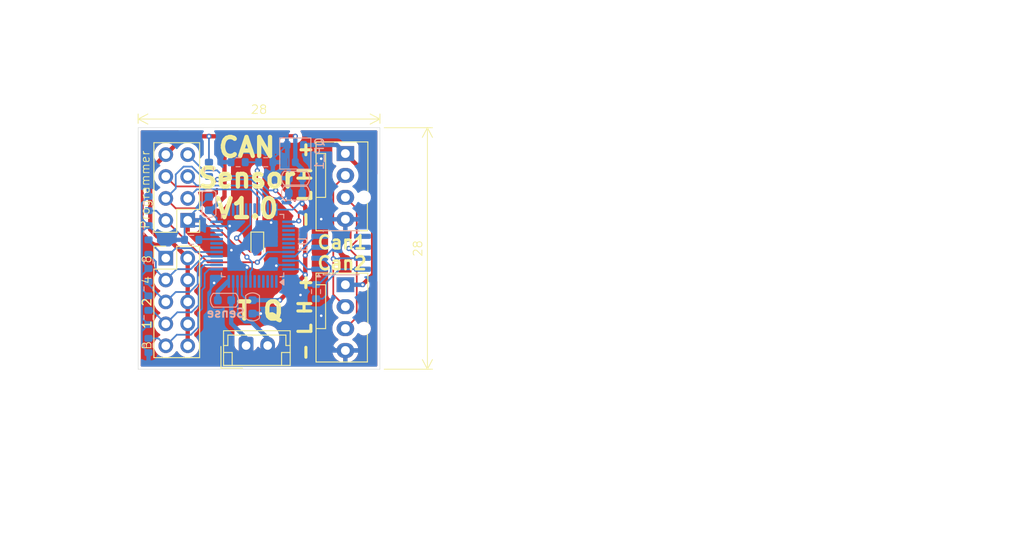
<source format=kicad_pcb>
(kicad_pcb
	(version 20241229)
	(generator "pcbnew")
	(generator_version "9.0")
	(general
		(thickness 1.6)
		(legacy_teardrops no)
	)
	(paper "A4")
	(layers
		(0 "F.Cu" signal)
		(2 "B.Cu" signal)
		(9 "F.Adhes" user "F.Adhesive")
		(11 "B.Adhes" user "B.Adhesive")
		(13 "F.Paste" user)
		(15 "B.Paste" user)
		(5 "F.SilkS" user "F.Silkscreen")
		(7 "B.SilkS" user "B.Silkscreen")
		(1 "F.Mask" user)
		(3 "B.Mask" user)
		(17 "Dwgs.User" user "User.Drawings")
		(19 "Cmts.User" user "User.Comments")
		(21 "Eco1.User" user "User.Eco1")
		(23 "Eco2.User" user "User.Eco2")
		(25 "Edge.Cuts" user)
		(27 "Margin" user)
		(31 "F.CrtYd" user "F.Courtyard")
		(29 "B.CrtYd" user "B.Courtyard")
		(35 "F.Fab" user)
		(33 "B.Fab" user)
		(39 "User.1" user)
		(41 "User.2" user)
		(43 "User.3" user)
		(45 "User.4" user)
	)
	(setup
		(pad_to_mask_clearance 0)
		(allow_soldermask_bridges_in_footprints no)
		(tenting front back)
		(pcbplotparams
			(layerselection 0x00000000_00000000_55555555_5755f5ff)
			(plot_on_all_layers_selection 0x00000000_00000000_00000000_00000000)
			(disableapertmacros no)
			(usegerberextensions no)
			(usegerberattributes yes)
			(usegerberadvancedattributes yes)
			(creategerberjobfile yes)
			(dashed_line_dash_ratio 12.000000)
			(dashed_line_gap_ratio 3.000000)
			(svgprecision 4)
			(plotframeref no)
			(mode 1)
			(useauxorigin no)
			(hpglpennumber 1)
			(hpglpenspeed 20)
			(hpglpendiameter 15.000000)
			(pdf_front_fp_property_popups yes)
			(pdf_back_fp_property_popups yes)
			(pdf_metadata yes)
			(pdf_single_document no)
			(dxfpolygonmode yes)
			(dxfimperialunits yes)
			(dxfusepcbnewfont yes)
			(psnegative no)
			(psa4output no)
			(plot_black_and_white yes)
			(sketchpadsonfab no)
			(plotpadnumbers no)
			(hidednponfab no)
			(sketchdnponfab yes)
			(crossoutdnponfab yes)
			(subtractmaskfromsilk no)
			(outputformat 1)
			(mirror no)
			(drillshape 1)
			(scaleselection 1)
			(outputdirectory "")
		)
	)
	(net 0 "")
	(net 1 "+3V3")
	(net 2 "unconnected-(U1-PC14-Pad3)")
	(net 3 "unconnected-(U1-PC15-Pad4)")
	(net 4 "GND")
	(net 5 "unconnected-(U1-PB15-Pad28)")
	(net 6 "/SWDIO")
	(net 7 "/SWCLK")
	(net 8 "/BOOT")
	(net 9 "unconnected-(U1-OSC_OUT-Pad6)")
	(net 10 "unconnected-(U1-PB10-Pad21)")
	(net 11 "unconnected-(U1-PA10-Pad31)")
	(net 12 "USB_D+")
	(net 13 "unconnected-(U1-OSC_IN-Pad5)")
	(net 14 "CAN_POWER")
	(net 15 "unconnected-(U1-PB6-Pad42)")
	(net 16 "unconnected-(U1-PC13-Pad2)")
	(net 17 "unconnected-(U1-PB4-Pad40)")
	(net 18 "Net-(U8-Rs)")
	(net 19 "unconnected-(U1-PB5-Pad41)")
	(net 20 "unconnected-(U1-PB12-Pad25)")
	(net 21 "unconnected-(U1-PB14-Pad27)")
	(net 22 "unconnected-(U1-PA15-Pad38)")
	(net 23 "unconnected-(U1-PB3-Pad39)")
	(net 24 "USB_D-")
	(net 25 "unconnected-(U1-VBAT-Pad1)")
	(net 26 "unconnected-(U1-PB11-Pad22)")
	(net 27 "PB2")
	(net 28 "unconnected-(U1-PB7-Pad43)")
	(net 29 "unconnected-(U1-PB1-Pad19)")
	(net 30 "/NRST")
	(net 31 "P_GND")
	(net 32 "C_AB")
	(net 33 "unconnected-(U1-PB0-Pad18)")
	(net 34 "unconnected-(U1-PB13-Pad26)")
	(net 35 "INFO")
	(net 36 "C_1")
	(net 37 "unconnected-(U1-PA8-Pad29)")
	(net 38 "Net-(INFO1-K)")
	(net 39 "TRIG_THRES")
	(net 40 "C_2")
	(net 41 "/Can_High")
	(net 42 "Q")
	(net 43 "/Can_Low")
	(net 44 "CAN_RX")
	(net 45 "CAN_TX")
	(net 46 "unconnected-(U8-Vref-Pad5)")
	(net 47 "C_4")
	(net 48 "C_8")
	(footprint "Connector_JST:JST_EH_B2B-EH-A_1x02_P2.50mm_Vertical" (layer "F.Cu") (at 124.5 65.25))
	(footprint "Connector:FanPinHeader_1x04_P2.54mm_Vertical" (layer "F.Cu") (at 136 58.21 -90))
	(footprint "Connector_PinHeader_2.54mm:PinHeader_2x05_P2.54mm_Vertical" (layer "F.Cu") (at 115.2 55.12))
	(footprint "Connector:FanPinHeader_1x04_P2.54mm_Vertical" (layer "F.Cu") (at 136 43 -90))
	(footprint "LED_SMD:LED_0603_1608Metric" (layer "F.Cu") (at 125.8 53.5875 -90))
	(footprint "Connector_PinHeader_2.54mm:PinHeader_2x04_P2.54mm_Vertical" (layer "F.Cu") (at 117.74 50.74 180))
	(footprint "Resistor_SMD:R_0603_1608Metric" (layer "B.Cu") (at 123.575 44))
	(footprint "PCM_Package_TO_SOT_SMD_AKL:SOT-23" (layer "B.Cu") (at 130.2 43 -90))
	(footprint "PCM_Capacitor_SMD_AKL:C_0603_1608Metric" (layer "B.Cu") (at 125.25 60.775 -90))
	(footprint "PCM_Capacitor_SMD_AKL:C_0603_1608Metric" (layer "B.Cu") (at 122 60 180))
	(footprint "Resistor_SMD:R_0603_1608Metric" (layer "B.Cu") (at 118.2 53 180))
	(footprint "Resistor_SMD:R_0603_1608Metric" (layer "B.Cu") (at 113.2 65.25 -90))
	(footprint "Resistor_SMD:R_0603_1608Metric" (layer "B.Cu") (at 113.2 48.8 90))
	(footprint "PCM_Capacitor_SMD_AKL:C_0603_1608Metric" (layer "B.Cu") (at 130.225 47.6 180))
	(footprint "Resistor_SMD:R_0603_1608Metric" (layer "B.Cu") (at 132.6 59 -90))
	(footprint "Resistor_SMD:R_0603_1608Metric" (layer "B.Cu") (at 120.2 44.825 -90))
	(footprint "Package_SO:SOIC-8_3.9x4.9mm_P1.27mm"
		(layer "B.Cu")
		(uuid "9ed950d0-3754-4b37-b5b9-9e57c57113aa")
		(at 135.5 54.5)
		(descr "SOIC, 8 Pin (JEDEC MS-012AA, https://www.analog.com/media/en/package-pcb-resources/package/pkg_pdf/soic_narrow-r/r_8.pdf), generated with kicad-footprint-generator ipc_gullwing_generator.py")
		(tags "SOIC SO")
		(property "Reference" "U8"
			(at 0 3.4 0)
			(layer "B.SilkS")
			(hide yes)
			(uuid "7c4005f8-c952-46d2-b402-ef15e2993a68")
			(effects
				(font
					(size 1 1)
					(thickness 0.15)
				)
				(justify mirror)
			)
		)
		(property "Value" "SN65HVD230"
			(at 0 -3.4 0)
			(layer "B.Fab")
			(hide yes)
			(uuid "337b4f72-87e7-4922-82ff-35575aad62b7")
			(effects
				(font
					(size 1 1)
					(thickness 0.15)
				)
				(justify mirror)
			)
		)
		(property "Datasheet" "http://www.ti.com/lit/ds/symlink/sn65hvd230.pdf"
			(at 0 0 0)
			(layer "B.Fab")
			(hide yes)
			(uuid "882a7c93-06c4-45ef-9f97-9e9ad7cc1d13")
			(effects
				(font
					(size 1.27 1.27)
					(thickness 0.15)
				)
				(justify mirror)
			)
		)
		(property "Description" "CAN Bus Transceivers, 3.3V, 1Mbps, Low-Power capabilities, SOIC-8"
			(at 0 0 0)
			(layer "B.Fab")
			(hide yes)
			(uuid "f4c4bc19-5a9e-49a4-8238-b395981822fb")
			(effects
				(font
					(size 1.27 1.27)
					(thickness 0.15)
				)
				(justify mirror)
			)
		)
		(property "Actuator Style" ""
			(at 0 0 180)
			(unlocked yes)
			(layer "B.Fab")
			(hide yes)
			(uuid "cf2d9cfa-09e1-4669-b1fe-5159f99d6b28")
			(effects
				(font
					(size 1 1)
					(thickness 0.15)
				)
				(justify mirror)
			)
		)
		(property "Actuator/Cap Color" ""
			(at 0 0 180)
			(unlocked yes)
			(layer "B.Fab")
			(hide yes)
			(uuid "c5fd2ea7-baa2-4af4-bac3-47c50cd1ebb6")
			(effects
				(font
					(size 1 1)
					(thickness 0.15)
				)
				(justify mirror)
			)
		)
		(property "Circuit" ""
			(at 0 0 180)
			(unlocked yes)
			(layer "B.Fab")
			(hide yes)
			(uuid "06d05a6f-6d6b-4ea1-b319-468d099b7c85")
			(effects
				(font
					(size 1 1)
					(thickness 0.15)
				)
				(justify mirror)
			)
		)
		(property "Contact Current" ""
			(at 0 0 180)
			(unlocked yes)
			(layer "B.Fab")
			(hide yes)
			(uuid "431d4a17-02e1-471b-9c18-f67a8eb2caa7")
			(effects
				(font
					(size 1 1)
					(thickness 0.15)
				)
				(justify mirror)
			)
		)
		(property "Insulation Resistance" ""
			(at 0 0 180)
			(unlocked yes)
			(layer "B.Fab")
			(hide yes)
			(uuid "6ecdbae3-b0ab-429e-b974-e400a0bee435")
			(effects
				(font
					(size 1 1)
					(thickness 0.15)
				)
				(justify mirror)
			)
		)
		(property "Mechanical Life" ""
			(at 0 0 180)
			(unlocked yes)
			(layer "B.Fab")
			(hide yes)
			(uuid "36bbe47c-2c3f-4c6b-94b6-a00a4928345d")
			(effects
				(font
					(size 1 1)
					(thickness 0.15)
				)
				(justify mirror)
			)
		)
		(property "Mounting Style" ""
			(at 0 0 180)
			(unlocked yes)
			(layer "B.Fab")
			(hide yes)
			(uuid "d4bffb3a-481c-41d9-8c87-d4f1d5389969")
			(effects
				(font
					(size 1 1)
					(thickness 0.15)
				)
				(justify mirror)
			)
		)
		(property "Operating Force" ""
			(at 0 0 180)
			(unlocked yes)
			(layer "B.Fab")
			(hide yes)
			(uuid "4968a414-5dca-42ec-adaf-6f36152daa11")
			(effects
				(font
					(size 1 1)
					(thickness 0.15)
				)
				(justify mirror)
			)
		)
		(property "Operating Temperature" ""
			(at 0 0 180)
			(unlocked yes)
			(layer "B.Fab")
			(hide yes)
			(uuid "804278ab-a0e2-44b3-b71d-dde88ec5c7e9")
			(effects
				(font
					(size 1 1)
					(thickness 0.15)
				)
				(justify mirror)
			)
		)
		(property "Pin Style" ""
			(at 0 0 180)
			(unlocked yes)
			(layer "B.Fab")
			(hide yes)
			(uuid "5f9a02b0-a11c-4d5f-802b-64f2605005e4")
			(effects
				(font
					(size 1 1)
					(thickness 0.15)
				)
				(justify mirror)
			)
		)
		(property "Strike Gundam" ""
			(at 0 0 180)
			(unlocked yes)
			(layer "B.Fab")
			(hide yes)
			(uuid "7e10c037-6d3e-40c8-8cde-222e20444438")
			(effects
				(font
					(size 1 1)
					(thickness 0.15)
				)
				(justify mirror)
			)
		)
		(property "Switch Height" ""
			(at 0 0 180)
			(unlocked yes)
			(layer "B.Fab")
			(hide yes)
			(uuid "5303bc90-d424-400f-b86d-c04e1787a2bd")
			(effects
				(font
					(size 1 1)
					(thickness 0.15)
				)
				(justify mirror)
			)
		)
		(property "Switch Length" ""
			(at 0 0 180)
			(unlocked yes)
			(layer "B.Fab")
			(hide yes)
			(uuid "d455bc89-b4b6-451d-a350-9b3b6a80b72c")
			(effects
				(font
					(size 1 1)
					(thickness 0.15)
				)
				(justify mirror)
			)
		)
		(property "Switch Width" ""
			(at 0 0 180)
			(unlocked yes)
			(layer "B.Fab")
			(hide yes)
			(uuid "50ae822a
... [294347 chars truncated]
</source>
